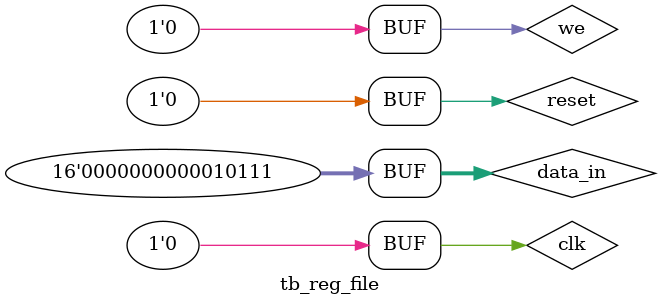
<source format=v>


module tb_reg_file();

wire [15:0] data_out;
reg [15:0] data_in;
reg we;
reg clk, reset;

reg_file dut(we, clk, reset, data_in, data_out);

initial
begin
reset <= 1; # 10; reset <= 0;
data_in = 5; we = 1;
#10;
data_in = 6; we = 0;
#10;
data_in = 7; we = 0;
#10;
data_in = 8; we = 1;
#10;
data_in = 9; we = 1;
#10;
data_in = 235; we = 0;
#10;
data_in = 3575; we = 1;
#10;
data_in = 23; we = 0;
#10;
end

always
begin
clk <= 1;
 # 5; 
 clk <= 0;
 # 5; // clock duration
end


always @ (negedge clk)
begin
  if (we)  $display("WE on - data_in: %b  data_out: %b", data_in, data_out);
  else     $display("WE off - data_in: %b  data_out: %b", data_in, data_out);
end


endmodule
</source>
